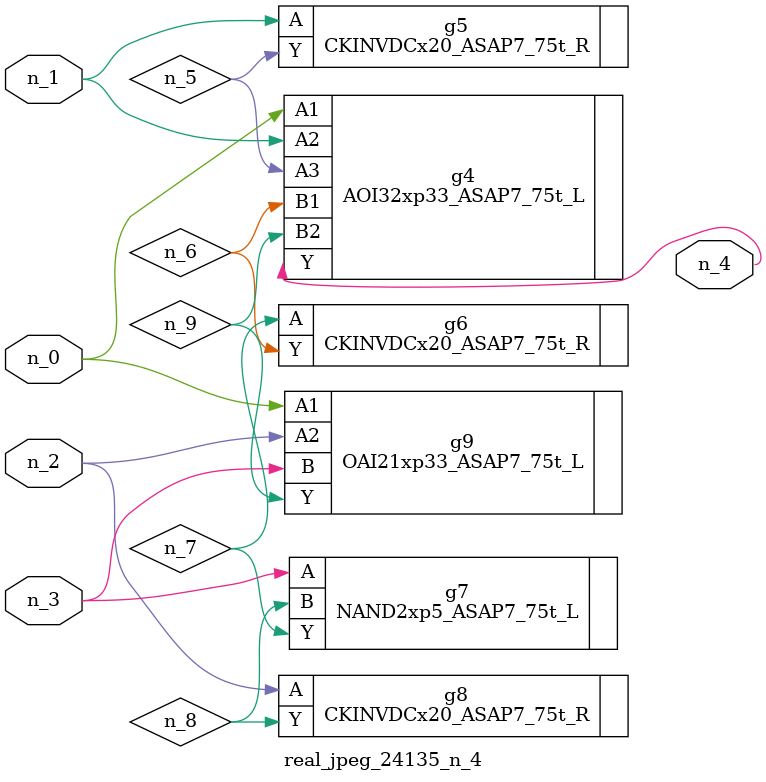
<source format=v>
module real_jpeg_24135_n_4 (n_3, n_1, n_0, n_2, n_4);

input n_3;
input n_1;
input n_0;
input n_2;

output n_4;

wire n_5;
wire n_8;
wire n_6;
wire n_7;
wire n_9;

AOI32xp33_ASAP7_75t_L g4 ( 
.A1(n_0),
.A2(n_1),
.A3(n_5),
.B1(n_6),
.B2(n_9),
.Y(n_4)
);

OAI21xp33_ASAP7_75t_L g9 ( 
.A1(n_0),
.A2(n_2),
.B(n_3),
.Y(n_9)
);

CKINVDCx20_ASAP7_75t_R g5 ( 
.A(n_1),
.Y(n_5)
);

CKINVDCx20_ASAP7_75t_R g8 ( 
.A(n_2),
.Y(n_8)
);

NAND2xp5_ASAP7_75t_L g7 ( 
.A(n_3),
.B(n_8),
.Y(n_7)
);

CKINVDCx20_ASAP7_75t_R g6 ( 
.A(n_7),
.Y(n_6)
);


endmodule
</source>
